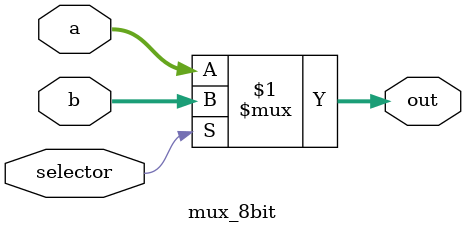
<source format=v>
`timescale 1ns / 1ps

module mux_8bit(
    output [7:0] out,

    input [7:0] a, b,
    input selector
);

    assign out = (selector)? b : a;

endmodule

</source>
